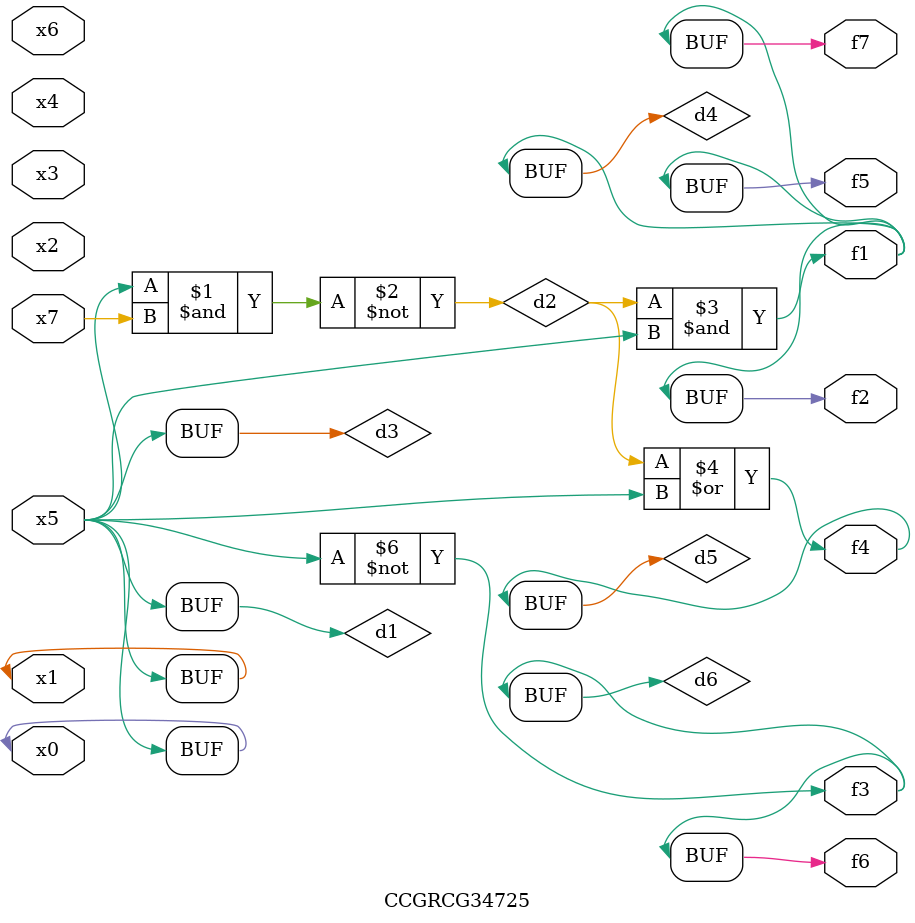
<source format=v>
module CCGRCG34725(
	input x0, x1, x2, x3, x4, x5, x6, x7,
	output f1, f2, f3, f4, f5, f6, f7
);

	wire d1, d2, d3, d4, d5, d6;

	buf (d1, x0, x5);
	nand (d2, x5, x7);
	buf (d3, x0, x1);
	and (d4, d2, d3);
	or (d5, d2, d3);
	nor (d6, d1, d3);
	assign f1 = d4;
	assign f2 = d4;
	assign f3 = d6;
	assign f4 = d5;
	assign f5 = d4;
	assign f6 = d6;
	assign f7 = d4;
endmodule

</source>
